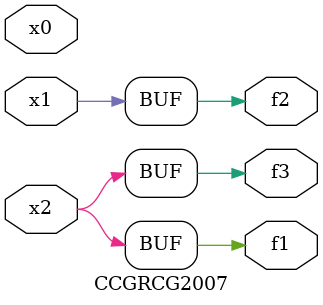
<source format=v>
module CCGRCG2007(
	input x0, x1, x2,
	output f1, f2, f3
);
	assign f1 = x2;
	assign f2 = x1;
	assign f3 = x2;
endmodule

</source>
